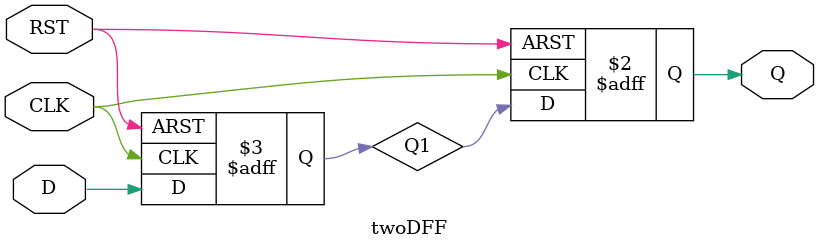
<source format=sv>
/*====================================================================*/
//  Name: Brian Chen
//  Date: 03-15-2025
//  EE/CSE371 LAB6--- System Verilog in the Real World (Task 2)
//  Device under Test (dut) --- twoDFF
//  File Name: twoDFF.sv                                           
/*====================================================================*/ 
module twoDFF (CLK, RST, D, Q);
input logic CLK, RST;
input logic D;
output logic Q;
logic Q1;  

    // DFFs
    always_ff @(posedge CLK or posedge RST) begin
        if (RST) begin
          Q  <= 0;
			Q1 <=0;
		end
        else begin
          Q  <= Q1;
			Q1 <= D;
	    end
    end

endmodule

</source>
